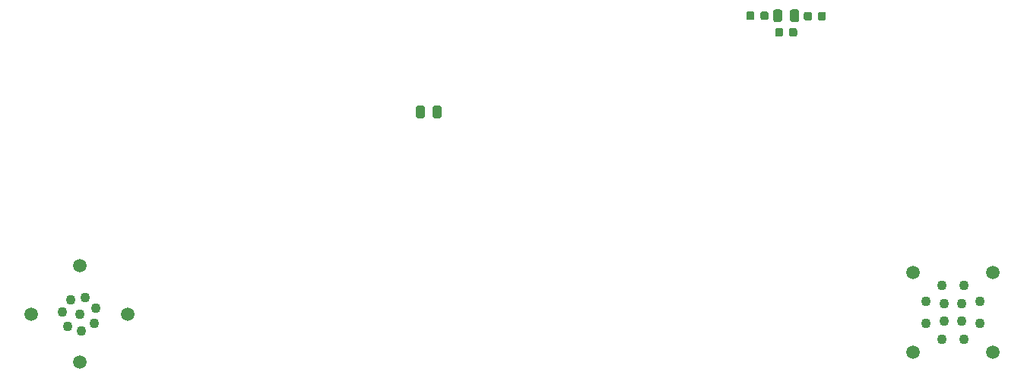
<source format=gbr>
G04 #@! TF.GenerationSoftware,KiCad,Pcbnew,(5.1.4-0)*
G04 #@! TF.CreationDate,2021-02-17T16:17:59+01:00*
G04 #@! TF.ProjectId,DBU_HW,4442555f-4857-42e6-9b69-6361645f7063,A*
G04 #@! TF.SameCoordinates,PX4c4b400PYa037a00*
G04 #@! TF.FileFunction,Paste,Bot*
G04 #@! TF.FilePolarity,Positive*
%FSLAX46Y46*%
G04 Gerber Fmt 4.6, Leading zero omitted, Abs format (unit mm)*
G04 Created by KiCad (PCBNEW (5.1.4-0)) date 2021-02-17 16:17:59*
%MOMM*%
%LPD*%
G04 APERTURE LIST*
%ADD10C,0.100000*%
%ADD11C,0.975000*%
%ADD12C,1.498600*%
%ADD13C,1.099820*%
%ADD14C,0.875000*%
G04 APERTURE END LIST*
D10*
G36*
X49430142Y75588826D02*
G01*
X49453803Y75585316D01*
X49477007Y75579504D01*
X49499529Y75571446D01*
X49521153Y75561218D01*
X49541670Y75548921D01*
X49560883Y75534671D01*
X49578607Y75518607D01*
X49594671Y75500883D01*
X49608921Y75481670D01*
X49621218Y75461153D01*
X49631446Y75439529D01*
X49639504Y75417007D01*
X49645316Y75393803D01*
X49648826Y75370142D01*
X49650000Y75346250D01*
X49650000Y74433750D01*
X49648826Y74409858D01*
X49645316Y74386197D01*
X49639504Y74362993D01*
X49631446Y74340471D01*
X49621218Y74318847D01*
X49608921Y74298330D01*
X49594671Y74279117D01*
X49578607Y74261393D01*
X49560883Y74245329D01*
X49541670Y74231079D01*
X49521153Y74218782D01*
X49499529Y74208554D01*
X49477007Y74200496D01*
X49453803Y74194684D01*
X49430142Y74191174D01*
X49406250Y74190000D01*
X48918750Y74190000D01*
X48894858Y74191174D01*
X48871197Y74194684D01*
X48847993Y74200496D01*
X48825471Y74208554D01*
X48803847Y74218782D01*
X48783330Y74231079D01*
X48764117Y74245329D01*
X48746393Y74261393D01*
X48730329Y74279117D01*
X48716079Y74298330D01*
X48703782Y74318847D01*
X48693554Y74340471D01*
X48685496Y74362993D01*
X48679684Y74386197D01*
X48676174Y74409858D01*
X48675000Y74433750D01*
X48675000Y75346250D01*
X48676174Y75370142D01*
X48679684Y75393803D01*
X48685496Y75417007D01*
X48693554Y75439529D01*
X48703782Y75461153D01*
X48716079Y75481670D01*
X48730329Y75500883D01*
X48746393Y75518607D01*
X48764117Y75534671D01*
X48783330Y75548921D01*
X48803847Y75561218D01*
X48825471Y75571446D01*
X48847993Y75579504D01*
X48871197Y75585316D01*
X48894858Y75588826D01*
X48918750Y75590000D01*
X49406250Y75590000D01*
X49430142Y75588826D01*
X49430142Y75588826D01*
G37*
D11*
X49162500Y74890000D03*
D10*
G36*
X51305142Y75588826D02*
G01*
X51328803Y75585316D01*
X51352007Y75579504D01*
X51374529Y75571446D01*
X51396153Y75561218D01*
X51416670Y75548921D01*
X51435883Y75534671D01*
X51453607Y75518607D01*
X51469671Y75500883D01*
X51483921Y75481670D01*
X51496218Y75461153D01*
X51506446Y75439529D01*
X51514504Y75417007D01*
X51520316Y75393803D01*
X51523826Y75370142D01*
X51525000Y75346250D01*
X51525000Y74433750D01*
X51523826Y74409858D01*
X51520316Y74386197D01*
X51514504Y74362993D01*
X51506446Y74340471D01*
X51496218Y74318847D01*
X51483921Y74298330D01*
X51469671Y74279117D01*
X51453607Y74261393D01*
X51435883Y74245329D01*
X51416670Y74231079D01*
X51396153Y74218782D01*
X51374529Y74208554D01*
X51352007Y74200496D01*
X51328803Y74194684D01*
X51305142Y74191174D01*
X51281250Y74190000D01*
X50793750Y74190000D01*
X50769858Y74191174D01*
X50746197Y74194684D01*
X50722993Y74200496D01*
X50700471Y74208554D01*
X50678847Y74218782D01*
X50658330Y74231079D01*
X50639117Y74245329D01*
X50621393Y74261393D01*
X50605329Y74279117D01*
X50591079Y74298330D01*
X50578782Y74318847D01*
X50568554Y74340471D01*
X50560496Y74362993D01*
X50554684Y74386197D01*
X50551174Y74409858D01*
X50550000Y74433750D01*
X50550000Y75346250D01*
X50551174Y75370142D01*
X50554684Y75393803D01*
X50560496Y75417007D01*
X50568554Y75439529D01*
X50578782Y75461153D01*
X50591079Y75481670D01*
X50605329Y75500883D01*
X50621393Y75518607D01*
X50639117Y75534671D01*
X50658330Y75548921D01*
X50678847Y75561218D01*
X50700471Y75571446D01*
X50722993Y75579504D01*
X50746197Y75585316D01*
X50769858Y75588826D01*
X50793750Y75590000D01*
X51281250Y75590000D01*
X51305142Y75588826D01*
X51305142Y75588826D01*
G37*
D11*
X51037500Y74890000D03*
D10*
G36*
X89225142Y86308826D02*
G01*
X89248803Y86305316D01*
X89272007Y86299504D01*
X89294529Y86291446D01*
X89316153Y86281218D01*
X89336670Y86268921D01*
X89355883Y86254671D01*
X89373607Y86238607D01*
X89389671Y86220883D01*
X89403921Y86201670D01*
X89416218Y86181153D01*
X89426446Y86159529D01*
X89434504Y86137007D01*
X89440316Y86113803D01*
X89443826Y86090142D01*
X89445000Y86066250D01*
X89445000Y85153750D01*
X89443826Y85129858D01*
X89440316Y85106197D01*
X89434504Y85082993D01*
X89426446Y85060471D01*
X89416218Y85038847D01*
X89403921Y85018330D01*
X89389671Y84999117D01*
X89373607Y84981393D01*
X89355883Y84965329D01*
X89336670Y84951079D01*
X89316153Y84938782D01*
X89294529Y84928554D01*
X89272007Y84920496D01*
X89248803Y84914684D01*
X89225142Y84911174D01*
X89201250Y84910000D01*
X88713750Y84910000D01*
X88689858Y84911174D01*
X88666197Y84914684D01*
X88642993Y84920496D01*
X88620471Y84928554D01*
X88598847Y84938782D01*
X88578330Y84951079D01*
X88559117Y84965329D01*
X88541393Y84981393D01*
X88525329Y84999117D01*
X88511079Y85018330D01*
X88498782Y85038847D01*
X88488554Y85060471D01*
X88480496Y85082993D01*
X88474684Y85106197D01*
X88471174Y85129858D01*
X88470000Y85153750D01*
X88470000Y86066250D01*
X88471174Y86090142D01*
X88474684Y86113803D01*
X88480496Y86137007D01*
X88488554Y86159529D01*
X88498782Y86181153D01*
X88511079Y86201670D01*
X88525329Y86220883D01*
X88541393Y86238607D01*
X88559117Y86254671D01*
X88578330Y86268921D01*
X88598847Y86281218D01*
X88620471Y86291446D01*
X88642993Y86299504D01*
X88666197Y86305316D01*
X88689858Y86308826D01*
X88713750Y86310000D01*
X89201250Y86310000D01*
X89225142Y86308826D01*
X89225142Y86308826D01*
G37*
D11*
X88957500Y85610000D03*
D10*
G36*
X91100142Y86308826D02*
G01*
X91123803Y86305316D01*
X91147007Y86299504D01*
X91169529Y86291446D01*
X91191153Y86281218D01*
X91211670Y86268921D01*
X91230883Y86254671D01*
X91248607Y86238607D01*
X91264671Y86220883D01*
X91278921Y86201670D01*
X91291218Y86181153D01*
X91301446Y86159529D01*
X91309504Y86137007D01*
X91315316Y86113803D01*
X91318826Y86090142D01*
X91320000Y86066250D01*
X91320000Y85153750D01*
X91318826Y85129858D01*
X91315316Y85106197D01*
X91309504Y85082993D01*
X91301446Y85060471D01*
X91291218Y85038847D01*
X91278921Y85018330D01*
X91264671Y84999117D01*
X91248607Y84981393D01*
X91230883Y84965329D01*
X91211670Y84951079D01*
X91191153Y84938782D01*
X91169529Y84928554D01*
X91147007Y84920496D01*
X91123803Y84914684D01*
X91100142Y84911174D01*
X91076250Y84910000D01*
X90588750Y84910000D01*
X90564858Y84911174D01*
X90541197Y84914684D01*
X90517993Y84920496D01*
X90495471Y84928554D01*
X90473847Y84938782D01*
X90453330Y84951079D01*
X90434117Y84965329D01*
X90416393Y84981393D01*
X90400329Y84999117D01*
X90386079Y85018330D01*
X90373782Y85038847D01*
X90363554Y85060471D01*
X90355496Y85082993D01*
X90349684Y85106197D01*
X90346174Y85129858D01*
X90345000Y85153750D01*
X90345000Y86066250D01*
X90346174Y86090142D01*
X90349684Y86113803D01*
X90355496Y86137007D01*
X90363554Y86159529D01*
X90373782Y86181153D01*
X90386079Y86201670D01*
X90400329Y86220883D01*
X90416393Y86238607D01*
X90434117Y86254671D01*
X90453330Y86268921D01*
X90473847Y86281218D01*
X90495471Y86291446D01*
X90517993Y86299504D01*
X90541197Y86305316D01*
X90564858Y86308826D01*
X90588750Y86310000D01*
X91076250Y86310000D01*
X91100142Y86308826D01*
X91100142Y86308826D01*
G37*
D11*
X90832500Y85610000D03*
D12*
X5811846Y52340000D03*
X11200000Y46951846D03*
X16588154Y52340000D03*
X11200000Y57728154D03*
D13*
X11200000Y52340000D03*
X11411934Y50454146D03*
X12807466Y51328823D03*
X12992459Y52968618D03*
X11828618Y54132459D03*
X10188823Y53947466D03*
X9314146Y52551934D03*
X9856554Y50996554D03*
D12*
X104055000Y48065000D03*
X112945000Y48065000D03*
X112945000Y56955000D03*
X104055000Y56955000D03*
D13*
X109488060Y51521940D03*
X109488060Y53498060D03*
X107511940Y53498060D03*
X107511940Y51521940D03*
X109742060Y49507720D03*
X111502280Y51267940D03*
X111502280Y53752060D03*
X109742060Y55512280D03*
X107257940Y55512280D03*
X105497720Y53752060D03*
X105497720Y51267940D03*
X107257940Y49507720D03*
D10*
G36*
X87727691Y86083947D02*
G01*
X87748926Y86080797D01*
X87769750Y86075581D01*
X87789962Y86068349D01*
X87809368Y86059170D01*
X87827781Y86048134D01*
X87845024Y86035346D01*
X87860930Y86020930D01*
X87875346Y86005024D01*
X87888134Y85987781D01*
X87899170Y85969368D01*
X87908349Y85949962D01*
X87915581Y85929750D01*
X87920797Y85908926D01*
X87923947Y85887691D01*
X87925000Y85866250D01*
X87925000Y85353750D01*
X87923947Y85332309D01*
X87920797Y85311074D01*
X87915581Y85290250D01*
X87908349Y85270038D01*
X87899170Y85250632D01*
X87888134Y85232219D01*
X87875346Y85214976D01*
X87860930Y85199070D01*
X87845024Y85184654D01*
X87827781Y85171866D01*
X87809368Y85160830D01*
X87789962Y85151651D01*
X87769750Y85144419D01*
X87748926Y85139203D01*
X87727691Y85136053D01*
X87706250Y85135000D01*
X87268750Y85135000D01*
X87247309Y85136053D01*
X87226074Y85139203D01*
X87205250Y85144419D01*
X87185038Y85151651D01*
X87165632Y85160830D01*
X87147219Y85171866D01*
X87129976Y85184654D01*
X87114070Y85199070D01*
X87099654Y85214976D01*
X87086866Y85232219D01*
X87075830Y85250632D01*
X87066651Y85270038D01*
X87059419Y85290250D01*
X87054203Y85311074D01*
X87051053Y85332309D01*
X87050000Y85353750D01*
X87050000Y85866250D01*
X87051053Y85887691D01*
X87054203Y85908926D01*
X87059419Y85929750D01*
X87066651Y85949962D01*
X87075830Y85969368D01*
X87086866Y85987781D01*
X87099654Y86005024D01*
X87114070Y86020930D01*
X87129976Y86035346D01*
X87147219Y86048134D01*
X87165632Y86059170D01*
X87185038Y86068349D01*
X87205250Y86075581D01*
X87226074Y86080797D01*
X87247309Y86083947D01*
X87268750Y86085000D01*
X87706250Y86085000D01*
X87727691Y86083947D01*
X87727691Y86083947D01*
G37*
D14*
X87487500Y85610000D03*
D10*
G36*
X86152691Y86083947D02*
G01*
X86173926Y86080797D01*
X86194750Y86075581D01*
X86214962Y86068349D01*
X86234368Y86059170D01*
X86252781Y86048134D01*
X86270024Y86035346D01*
X86285930Y86020930D01*
X86300346Y86005024D01*
X86313134Y85987781D01*
X86324170Y85969368D01*
X86333349Y85949962D01*
X86340581Y85929750D01*
X86345797Y85908926D01*
X86348947Y85887691D01*
X86350000Y85866250D01*
X86350000Y85353750D01*
X86348947Y85332309D01*
X86345797Y85311074D01*
X86340581Y85290250D01*
X86333349Y85270038D01*
X86324170Y85250632D01*
X86313134Y85232219D01*
X86300346Y85214976D01*
X86285930Y85199070D01*
X86270024Y85184654D01*
X86252781Y85171866D01*
X86234368Y85160830D01*
X86214962Y85151651D01*
X86194750Y85144419D01*
X86173926Y85139203D01*
X86152691Y85136053D01*
X86131250Y85135000D01*
X85693750Y85135000D01*
X85672309Y85136053D01*
X85651074Y85139203D01*
X85630250Y85144419D01*
X85610038Y85151651D01*
X85590632Y85160830D01*
X85572219Y85171866D01*
X85554976Y85184654D01*
X85539070Y85199070D01*
X85524654Y85214976D01*
X85511866Y85232219D01*
X85500830Y85250632D01*
X85491651Y85270038D01*
X85484419Y85290250D01*
X85479203Y85311074D01*
X85476053Y85332309D01*
X85475000Y85353750D01*
X85475000Y85866250D01*
X85476053Y85887691D01*
X85479203Y85908926D01*
X85484419Y85929750D01*
X85491651Y85949962D01*
X85500830Y85969368D01*
X85511866Y85987781D01*
X85524654Y86005024D01*
X85539070Y86020930D01*
X85554976Y86035346D01*
X85572219Y86048134D01*
X85590632Y86059170D01*
X85610038Y86068349D01*
X85630250Y86075581D01*
X85651074Y86080797D01*
X85672309Y86083947D01*
X85693750Y86085000D01*
X86131250Y86085000D01*
X86152691Y86083947D01*
X86152691Y86083947D01*
G37*
D14*
X85912500Y85610000D03*
D10*
G36*
X92552691Y86033947D02*
G01*
X92573926Y86030797D01*
X92594750Y86025581D01*
X92614962Y86018349D01*
X92634368Y86009170D01*
X92652781Y85998134D01*
X92670024Y85985346D01*
X92685930Y85970930D01*
X92700346Y85955024D01*
X92713134Y85937781D01*
X92724170Y85919368D01*
X92733349Y85899962D01*
X92740581Y85879750D01*
X92745797Y85858926D01*
X92748947Y85837691D01*
X92750000Y85816250D01*
X92750000Y85303750D01*
X92748947Y85282309D01*
X92745797Y85261074D01*
X92740581Y85240250D01*
X92733349Y85220038D01*
X92724170Y85200632D01*
X92713134Y85182219D01*
X92700346Y85164976D01*
X92685930Y85149070D01*
X92670024Y85134654D01*
X92652781Y85121866D01*
X92634368Y85110830D01*
X92614962Y85101651D01*
X92594750Y85094419D01*
X92573926Y85089203D01*
X92552691Y85086053D01*
X92531250Y85085000D01*
X92093750Y85085000D01*
X92072309Y85086053D01*
X92051074Y85089203D01*
X92030250Y85094419D01*
X92010038Y85101651D01*
X91990632Y85110830D01*
X91972219Y85121866D01*
X91954976Y85134654D01*
X91939070Y85149070D01*
X91924654Y85164976D01*
X91911866Y85182219D01*
X91900830Y85200632D01*
X91891651Y85220038D01*
X91884419Y85240250D01*
X91879203Y85261074D01*
X91876053Y85282309D01*
X91875000Y85303750D01*
X91875000Y85816250D01*
X91876053Y85837691D01*
X91879203Y85858926D01*
X91884419Y85879750D01*
X91891651Y85899962D01*
X91900830Y85919368D01*
X91911866Y85937781D01*
X91924654Y85955024D01*
X91939070Y85970930D01*
X91954976Y85985346D01*
X91972219Y85998134D01*
X91990632Y86009170D01*
X92010038Y86018349D01*
X92030250Y86025581D01*
X92051074Y86030797D01*
X92072309Y86033947D01*
X92093750Y86035000D01*
X92531250Y86035000D01*
X92552691Y86033947D01*
X92552691Y86033947D01*
G37*
D14*
X92312500Y85560000D03*
D10*
G36*
X94127691Y86033947D02*
G01*
X94148926Y86030797D01*
X94169750Y86025581D01*
X94189962Y86018349D01*
X94209368Y86009170D01*
X94227781Y85998134D01*
X94245024Y85985346D01*
X94260930Y85970930D01*
X94275346Y85955024D01*
X94288134Y85937781D01*
X94299170Y85919368D01*
X94308349Y85899962D01*
X94315581Y85879750D01*
X94320797Y85858926D01*
X94323947Y85837691D01*
X94325000Y85816250D01*
X94325000Y85303750D01*
X94323947Y85282309D01*
X94320797Y85261074D01*
X94315581Y85240250D01*
X94308349Y85220038D01*
X94299170Y85200632D01*
X94288134Y85182219D01*
X94275346Y85164976D01*
X94260930Y85149070D01*
X94245024Y85134654D01*
X94227781Y85121866D01*
X94209368Y85110830D01*
X94189962Y85101651D01*
X94169750Y85094419D01*
X94148926Y85089203D01*
X94127691Y85086053D01*
X94106250Y85085000D01*
X93668750Y85085000D01*
X93647309Y85086053D01*
X93626074Y85089203D01*
X93605250Y85094419D01*
X93585038Y85101651D01*
X93565632Y85110830D01*
X93547219Y85121866D01*
X93529976Y85134654D01*
X93514070Y85149070D01*
X93499654Y85164976D01*
X93486866Y85182219D01*
X93475830Y85200632D01*
X93466651Y85220038D01*
X93459419Y85240250D01*
X93454203Y85261074D01*
X93451053Y85282309D01*
X93450000Y85303750D01*
X93450000Y85816250D01*
X93451053Y85837691D01*
X93454203Y85858926D01*
X93459419Y85879750D01*
X93466651Y85899962D01*
X93475830Y85919368D01*
X93486866Y85937781D01*
X93499654Y85955024D01*
X93514070Y85970930D01*
X93529976Y85985346D01*
X93547219Y85998134D01*
X93565632Y86009170D01*
X93585038Y86018349D01*
X93605250Y86025581D01*
X93626074Y86030797D01*
X93647309Y86033947D01*
X93668750Y86035000D01*
X94106250Y86035000D01*
X94127691Y86033947D01*
X94127691Y86033947D01*
G37*
D14*
X93887500Y85560000D03*
D10*
G36*
X89347691Y84233947D02*
G01*
X89368926Y84230797D01*
X89389750Y84225581D01*
X89409962Y84218349D01*
X89429368Y84209170D01*
X89447781Y84198134D01*
X89465024Y84185346D01*
X89480930Y84170930D01*
X89495346Y84155024D01*
X89508134Y84137781D01*
X89519170Y84119368D01*
X89528349Y84099962D01*
X89535581Y84079750D01*
X89540797Y84058926D01*
X89543947Y84037691D01*
X89545000Y84016250D01*
X89545000Y83503750D01*
X89543947Y83482309D01*
X89540797Y83461074D01*
X89535581Y83440250D01*
X89528349Y83420038D01*
X89519170Y83400632D01*
X89508134Y83382219D01*
X89495346Y83364976D01*
X89480930Y83349070D01*
X89465024Y83334654D01*
X89447781Y83321866D01*
X89429368Y83310830D01*
X89409962Y83301651D01*
X89389750Y83294419D01*
X89368926Y83289203D01*
X89347691Y83286053D01*
X89326250Y83285000D01*
X88888750Y83285000D01*
X88867309Y83286053D01*
X88846074Y83289203D01*
X88825250Y83294419D01*
X88805038Y83301651D01*
X88785632Y83310830D01*
X88767219Y83321866D01*
X88749976Y83334654D01*
X88734070Y83349070D01*
X88719654Y83364976D01*
X88706866Y83382219D01*
X88695830Y83400632D01*
X88686651Y83420038D01*
X88679419Y83440250D01*
X88674203Y83461074D01*
X88671053Y83482309D01*
X88670000Y83503750D01*
X88670000Y84016250D01*
X88671053Y84037691D01*
X88674203Y84058926D01*
X88679419Y84079750D01*
X88686651Y84099962D01*
X88695830Y84119368D01*
X88706866Y84137781D01*
X88719654Y84155024D01*
X88734070Y84170930D01*
X88749976Y84185346D01*
X88767219Y84198134D01*
X88785632Y84209170D01*
X88805038Y84218349D01*
X88825250Y84225581D01*
X88846074Y84230797D01*
X88867309Y84233947D01*
X88888750Y84235000D01*
X89326250Y84235000D01*
X89347691Y84233947D01*
X89347691Y84233947D01*
G37*
D14*
X89107500Y83760000D03*
D10*
G36*
X90922691Y84233947D02*
G01*
X90943926Y84230797D01*
X90964750Y84225581D01*
X90984962Y84218349D01*
X91004368Y84209170D01*
X91022781Y84198134D01*
X91040024Y84185346D01*
X91055930Y84170930D01*
X91070346Y84155024D01*
X91083134Y84137781D01*
X91094170Y84119368D01*
X91103349Y84099962D01*
X91110581Y84079750D01*
X91115797Y84058926D01*
X91118947Y84037691D01*
X91120000Y84016250D01*
X91120000Y83503750D01*
X91118947Y83482309D01*
X91115797Y83461074D01*
X91110581Y83440250D01*
X91103349Y83420038D01*
X91094170Y83400632D01*
X91083134Y83382219D01*
X91070346Y83364976D01*
X91055930Y83349070D01*
X91040024Y83334654D01*
X91022781Y83321866D01*
X91004368Y83310830D01*
X90984962Y83301651D01*
X90964750Y83294419D01*
X90943926Y83289203D01*
X90922691Y83286053D01*
X90901250Y83285000D01*
X90463750Y83285000D01*
X90442309Y83286053D01*
X90421074Y83289203D01*
X90400250Y83294419D01*
X90380038Y83301651D01*
X90360632Y83310830D01*
X90342219Y83321866D01*
X90324976Y83334654D01*
X90309070Y83349070D01*
X90294654Y83364976D01*
X90281866Y83382219D01*
X90270830Y83400632D01*
X90261651Y83420038D01*
X90254419Y83440250D01*
X90249203Y83461074D01*
X90246053Y83482309D01*
X90245000Y83503750D01*
X90245000Y84016250D01*
X90246053Y84037691D01*
X90249203Y84058926D01*
X90254419Y84079750D01*
X90261651Y84099962D01*
X90270830Y84119368D01*
X90281866Y84137781D01*
X90294654Y84155024D01*
X90309070Y84170930D01*
X90324976Y84185346D01*
X90342219Y84198134D01*
X90360632Y84209170D01*
X90380038Y84218349D01*
X90400250Y84225581D01*
X90421074Y84230797D01*
X90442309Y84233947D01*
X90463750Y84235000D01*
X90901250Y84235000D01*
X90922691Y84233947D01*
X90922691Y84233947D01*
G37*
D14*
X90682500Y83760000D03*
M02*

</source>
